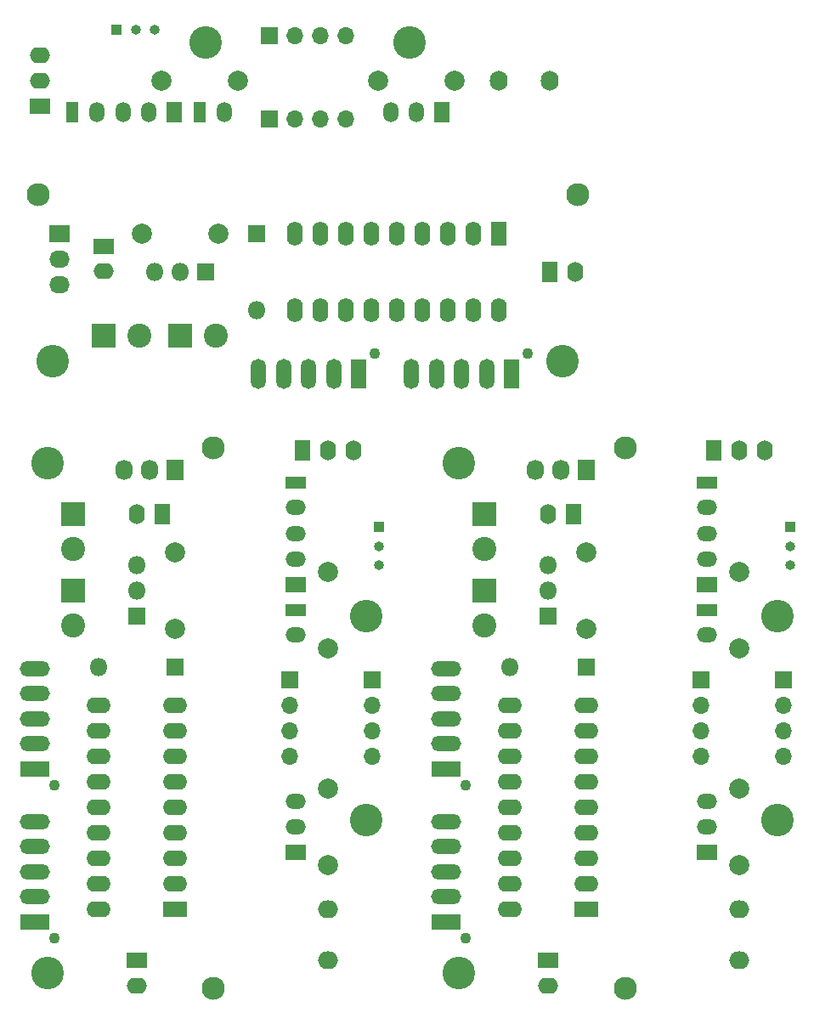
<source format=gbs>
%MOIN*%
%OFA0B0*%
%FSLAX46Y46*%
%IPPOS*%
%LPD*%
%ADD10C,0.0039370078740157488*%
%ADD11R,0.070866141732283464X0.070866141732283464*%
%ADD12O,0.070866141732283464X0.070866141732283464*%
%ADD13R,0.03937007874015748X0.03937007874015748*%
%ADD14O,0.03937007874015748X0.03937007874015748*%
%ADD15R,0.066929133858267723X0.066929133858267723*%
%ADD16O,0.066929133858267723X0.066929133858267723*%
%ADD17O,0.07874015748031496X0.07*%
%ADD18R,0.059055118110236227X0.07874015748031496*%
%ADD19O,0.062992125984251982X0.07874015748031496*%
%ADD20R,0.07874015748031496X0.051181102362204731*%
%ADD21O,0.07874015748031496X0.059055118110236227*%
%ADD22R,0.062992125984251982X0.07874015748031496*%
%ADD23O,0.07874015748031496X0.062992125984251982*%
%ADD24R,0.07874015748031496X0.062992125984251982*%
%ADD25O,0.07874015748031496X0.059842519685039376*%
%ADD26R,0.07874015748031496X0.059842519685039376*%
%ADD27R,0.11811023622047245X0.059055118110236227*%
%ADD28O,0.11811023622047245X0.059055118110236227*%
%ADD29C,0.043307086614173235*%
%ADD30C,0.12795275590551181*%
%ADD31R,0.068X0.08*%
%ADD32O,0.068X0.08*%
%ADD33C,0.094488188976377951*%
%ADD34R,0.094488188976377951X0.094488188976377951*%
%ADD35C,0.0905511811023622*%
%ADD36R,0.094488188976377951X0.062992125984251982*%
%ADD37O,0.094488188976377951X0.062992125984251982*%
%ADD38C,0.07874015748031496*%
%ADD49C,0.0039370078740157488*%
%ADD50R,0.070866141732283464X0.070866141732283464*%
%ADD51O,0.070866141732283464X0.070866141732283464*%
%ADD52R,0.03937007874015748X0.03937007874015748*%
%ADD53O,0.03937007874015748X0.03937007874015748*%
%ADD54R,0.066929133858267723X0.066929133858267723*%
%ADD55O,0.066929133858267723X0.066929133858267723*%
%ADD56O,0.07X0.07874015748031496*%
%ADD57R,0.07874015748031496X0.059055118110236227*%
%ADD58O,0.07874015748031496X0.062992125984251982*%
%ADD59R,0.051181102362204731X0.07874015748031496*%
%ADD60O,0.059055118110236227X0.07874015748031496*%
%ADD61R,0.07874015748031496X0.062992125984251982*%
%ADD62O,0.062992125984251982X0.07874015748031496*%
%ADD63R,0.062992125984251982X0.07874015748031496*%
%ADD64O,0.059842519685039376X0.07874015748031496*%
%ADD65R,0.059842519685039376X0.07874015748031496*%
%ADD66R,0.059055118110236227X0.11811023622047245*%
%ADD67O,0.059055118110236227X0.11811023622047245*%
%ADD68C,0.043307086614173235*%
%ADD69C,0.12795275590551181*%
%ADD70R,0.08X0.068*%
%ADD71O,0.08X0.068*%
%ADD72C,0.094488188976377951*%
%ADD73R,0.094488188976377951X0.094488188976377951*%
%ADD74C,0.0905511811023622*%
%ADD75R,0.062992125984251982X0.094488188976377951*%
%ADD76O,0.062992125984251982X0.094488188976377951*%
%ADD77C,0.07874015748031496*%
%ADD78C,0.0039370078740157488*%
%ADD79R,0.070866141732283464X0.070866141732283464*%
%ADD80O,0.070866141732283464X0.070866141732283464*%
%ADD81R,0.03937007874015748X0.03937007874015748*%
%ADD82O,0.03937007874015748X0.03937007874015748*%
%ADD83R,0.066929133858267723X0.066929133858267723*%
%ADD84O,0.066929133858267723X0.066929133858267723*%
%ADD85O,0.07874015748031496X0.07*%
%ADD86R,0.059055118110236227X0.07874015748031496*%
%ADD87O,0.062992125984251982X0.07874015748031496*%
%ADD88R,0.07874015748031496X0.051181102362204731*%
%ADD89O,0.07874015748031496X0.059055118110236227*%
%ADD90R,0.062992125984251982X0.07874015748031496*%
%ADD91O,0.07874015748031496X0.062992125984251982*%
%ADD92R,0.07874015748031496X0.062992125984251982*%
%ADD93O,0.07874015748031496X0.059842519685039376*%
%ADD94R,0.07874015748031496X0.059842519685039376*%
%ADD95R,0.11811023622047245X0.059055118110236227*%
%ADD96O,0.11811023622047245X0.059055118110236227*%
%ADD97C,0.043307086614173235*%
%ADD98C,0.12795275590551181*%
%ADD99R,0.068X0.08*%
%ADD100O,0.068X0.08*%
%ADD101C,0.094488188976377951*%
%ADD102R,0.094488188976377951X0.094488188976377951*%
%ADD103C,0.0905511811023622*%
%ADD104R,0.094488188976377951X0.062992125984251982*%
%ADD105O,0.094488188976377951X0.062992125984251982*%
%ADD106C,0.07874015748031496*%
G01*
D10*
D11*
X-0004799999Y0004650000D02*
X0000650000Y0001350000D03*
D12*
X0000350000Y0001350000D03*
D13*
X0001450000Y0001900000D03*
D14*
X0001450000Y0001825000D03*
X0001450000Y0001750000D03*
D15*
X0001100000Y0001300000D03*
D16*
X0001100000Y0001200000D03*
X0001100000Y0001100000D03*
X0001100000Y0001000000D03*
D15*
X0001425000Y0001300000D03*
D16*
X0001425000Y0001200000D03*
X0001425000Y0001100000D03*
X0001425000Y0001000000D03*
D17*
X0001250000Y0000200000D03*
X0001250000Y0000400000D03*
D18*
X0001150000Y0002200000D03*
D19*
X0001250000Y0002200000D03*
X0001350000Y0002200000D03*
D20*
X0001125000Y0001575000D03*
D21*
X0001125000Y0001476574D03*
D20*
X0001125000Y0002075000D03*
D21*
X0001125000Y0001976574D03*
D22*
X0000600000Y0001950000D03*
D19*
X0000501574Y0001950000D03*
D23*
X0000500000Y0000101574D03*
D24*
X0000500000Y0000200000D03*
D25*
X0001125000Y0001775000D03*
X0001125000Y0001875000D03*
D26*
X0001125000Y0001675000D03*
D25*
X0001125000Y0000725000D03*
X0001125000Y0000825000D03*
D26*
X0001125000Y0000625000D03*
D27*
X0000100000Y0000950000D03*
D28*
X0000100000Y0001048425D03*
X0000100000Y0001146850D03*
X0000100000Y0001245275D03*
X0000100000Y0001343700D03*
D29*
X0000178740Y0000887007D03*
D30*
X0001400000Y0000750000D03*
X0000150000Y0000150000D03*
X0001400000Y0001550000D03*
X0000150000Y0002150000D03*
D31*
X0000650000Y0002125000D03*
D32*
X0000550000Y0002125000D03*
X0000450000Y0002125000D03*
D33*
X0000250000Y0001812204D03*
D34*
X0000250000Y0001950000D03*
D33*
X0000250000Y0001512204D03*
D34*
X0000250000Y0001650000D03*
D35*
X0000802755Y0002209055D03*
X0000802755Y0000090944D03*
D36*
X0000650000Y0000400000D03*
D37*
X0000350000Y0001200000D03*
X0000650000Y0000500000D03*
X0000350000Y0001100000D03*
X0000650000Y0000600000D03*
X0000350000Y0001000000D03*
X0000650000Y0000700000D03*
X0000350000Y0000900000D03*
X0000650000Y0000800000D03*
X0000350000Y0000800000D03*
X0000650000Y0000900000D03*
X0000350000Y0000700000D03*
X0000650000Y0001000000D03*
X0000350000Y0000600000D03*
X0000650000Y0001100000D03*
X0000350000Y0000500000D03*
X0000650000Y0001200000D03*
X0000350000Y0000400000D03*
D27*
X0000100000Y0000350000D03*
D28*
X0000100000Y0000448425D03*
X0000100000Y0000546850D03*
X0000100000Y0000645275D03*
X0000100000Y0000743700D03*
D29*
X0000178740Y0000287007D03*
D11*
X0000500000Y0001550000D03*
D12*
X0000500000Y0001650000D03*
X0000500000Y0001750000D03*
D38*
X0000650000Y0001800000D03*
X0000650000Y0001500000D03*
X0001250000Y0000575000D03*
X0001250000Y0000875000D03*
X0001250000Y0001725000D03*
X0001250000Y0001425000D03*
G04 next file*
G04 #@! TF.FileFunction,Soldermask,Bot*
G04 Gerber Fmt 4.6, Leading zero omitted, Abs format (unit mm)*
G04 Created by KiCad (PCBNEW 4.0.6) date 09/25/19 08:33:56*
G01*
G04 APERTURE LIST*
G04 APERTURE END LIST*
D49*
D50*
X-0002327165Y-0002398425D02*
X0000972834Y0003051574D03*
D51*
X0000972834Y0002751574D03*
D52*
X0000422834Y0003851574D03*
D53*
X0000497834Y0003851574D03*
X0000572834Y0003851574D03*
D54*
X0001022834Y0003501574D03*
D55*
X0001122834Y0003501574D03*
X0001222834Y0003501574D03*
X0001322834Y0003501574D03*
D54*
X0001022834Y0003826574D03*
D55*
X0001122834Y0003826574D03*
X0001222834Y0003826574D03*
X0001322834Y0003826574D03*
D56*
X0002122834Y0003651574D03*
X0001922834Y0003651574D03*
D57*
X0000122834Y0003551574D03*
D58*
X0000122834Y0003651574D03*
X0000122834Y0003751574D03*
D59*
X0000747834Y0003526574D03*
D60*
X0000846259Y0003526574D03*
D59*
X0000247834Y0003526574D03*
D60*
X0000346259Y0003526574D03*
D61*
X0000372834Y0003001574D03*
D58*
X0000372834Y0002903149D03*
D62*
X0002221259Y0002901574D03*
D63*
X0002122834Y0002901574D03*
D64*
X0000547834Y0003526574D03*
X0000447834Y0003526574D03*
D65*
X0000647834Y0003526574D03*
D64*
X0001597834Y0003526574D03*
X0001497834Y0003526574D03*
D65*
X0001697834Y0003526574D03*
D66*
X0001372834Y0002501574D03*
D67*
X0001274409Y0002501574D03*
X0001175984Y0002501574D03*
X0001077559Y0002501574D03*
X0000979133Y0002501574D03*
D68*
X0001435826Y0002580315D03*
D69*
X0001572834Y0003801574D03*
X0002172834Y0002551574D03*
X0000772834Y0003801574D03*
X0000172834Y0002551574D03*
D70*
X0000197834Y0003051574D03*
D71*
X0000197834Y0002951574D03*
X0000197834Y0002851574D03*
D72*
X0000510629Y0002651574D03*
D73*
X0000372834Y0002651574D03*
D72*
X0000810629Y0002651574D03*
D73*
X0000672834Y0002651574D03*
D74*
X0000113779Y0003204330D03*
X0002231889Y0003204330D03*
D75*
X0001922834Y0003051574D03*
D76*
X0001122834Y0002751574D03*
X0001822834Y0003051574D03*
X0001222834Y0002751574D03*
X0001722834Y0003051574D03*
X0001322834Y0002751574D03*
X0001622834Y0003051574D03*
X0001422834Y0002751574D03*
X0001522834Y0003051574D03*
X0001522834Y0002751574D03*
X0001422834Y0003051574D03*
X0001622834Y0002751574D03*
X0001322834Y0003051574D03*
X0001722834Y0002751574D03*
X0001222834Y0003051574D03*
X0001822834Y0002751574D03*
X0001122834Y0003051574D03*
X0001922834Y0002751574D03*
D66*
X0001972834Y0002501574D03*
D67*
X0001874409Y0002501574D03*
X0001775984Y0002501574D03*
X0001677559Y0002501574D03*
X0001579133Y0002501574D03*
D68*
X0002035826Y0002580315D03*
D50*
X0000772834Y0002901574D03*
D51*
X0000672834Y0002901574D03*
X0000572834Y0002901574D03*
D77*
X0000522834Y0003051574D03*
X0000822834Y0003051574D03*
X0001747834Y0003651574D03*
X0001447834Y0003651574D03*
X0000597834Y0003651574D03*
X0000897834Y0003651574D03*
G04 next file*
G04 #@! TF.FileFunction,Soldermask,Bot*
G04 Gerber Fmt 4.6, Leading zero omitted, Abs format (unit mm)*
G04 Created by KiCad (PCBNEW 4.0.6) date 09/25/19 08:33:56*
G01*
G04 APERTURE LIST*
G04 APERTURE END LIST*
D78*
D79*
X-0003185826Y0004650000D02*
X0002264173Y0001350000D03*
D80*
X0001964173Y0001350000D03*
D81*
X0003064173Y0001900000D03*
D82*
X0003064173Y0001825000D03*
X0003064173Y0001750000D03*
D83*
X0002714173Y0001300000D03*
D84*
X0002714173Y0001200000D03*
X0002714173Y0001100000D03*
X0002714173Y0001000000D03*
D83*
X0003039173Y0001300000D03*
D84*
X0003039173Y0001200000D03*
X0003039173Y0001100000D03*
X0003039173Y0001000000D03*
D85*
X0002864173Y0000200000D03*
X0002864173Y0000400000D03*
D86*
X0002764173Y0002200000D03*
D87*
X0002864173Y0002200000D03*
X0002964173Y0002200000D03*
D88*
X0002739173Y0001575000D03*
D89*
X0002739173Y0001476574D03*
D88*
X0002739173Y0002075000D03*
D89*
X0002739173Y0001976574D03*
D90*
X0002214173Y0001950000D03*
D87*
X0002115748Y0001950000D03*
D91*
X0002114173Y0000101574D03*
D92*
X0002114173Y0000200000D03*
D93*
X0002739173Y0001775000D03*
X0002739173Y0001875000D03*
D94*
X0002739173Y0001675000D03*
D93*
X0002739173Y0000725000D03*
X0002739173Y0000825000D03*
D94*
X0002739173Y0000625000D03*
D95*
X0001714173Y0000950000D03*
D96*
X0001714173Y0001048425D03*
X0001714173Y0001146850D03*
X0001714173Y0001245275D03*
X0001714173Y0001343700D03*
D97*
X0001792913Y0000887007D03*
D98*
X0003014173Y0000750000D03*
X0001764173Y0000150000D03*
X0003014173Y0001550000D03*
X0001764173Y0002150000D03*
D99*
X0002264173Y0002125000D03*
D100*
X0002164173Y0002125000D03*
X0002064173Y0002125000D03*
D101*
X0001864173Y0001812204D03*
D102*
X0001864173Y0001950000D03*
D101*
X0001864173Y0001512204D03*
D102*
X0001864173Y0001650000D03*
D103*
X0002416929Y0002209055D03*
X0002416929Y0000090944D03*
D104*
X0002264173Y0000400000D03*
D105*
X0001964173Y0001200000D03*
X0002264173Y0000500000D03*
X0001964173Y0001100000D03*
X0002264173Y0000600000D03*
X0001964173Y0001000000D03*
X0002264173Y0000700000D03*
X0001964173Y0000900000D03*
X0002264173Y0000800000D03*
X0001964173Y0000800000D03*
X0002264173Y0000900000D03*
X0001964173Y0000700000D03*
X0002264173Y0001000000D03*
X0001964173Y0000600000D03*
X0002264173Y0001100000D03*
X0001964173Y0000500000D03*
X0002264173Y0001200000D03*
X0001964173Y0000400000D03*
D95*
X0001714173Y0000350000D03*
D96*
X0001714173Y0000448425D03*
X0001714173Y0000546850D03*
X0001714173Y0000645275D03*
X0001714173Y0000743700D03*
D97*
X0001792913Y0000287007D03*
D79*
X0002114173Y0001550000D03*
D80*
X0002114173Y0001650000D03*
X0002114173Y0001750000D03*
D106*
X0002264173Y0001800000D03*
X0002264173Y0001500000D03*
X0002864173Y0000575000D03*
X0002864173Y0000875000D03*
X0002864173Y0001725000D03*
X0002864173Y0001425000D03*
M02*
</source>
